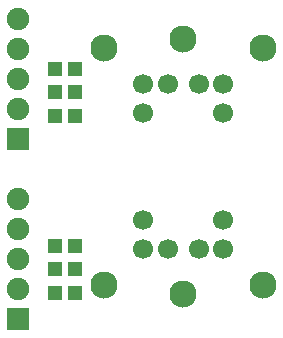
<source format=gbr>
G04 DipTrace 3.3.1.1*
G04 TopMask.gbr*
%MOMM*%
G04 #@! TF.FileFunction,Soldermask,Top*
G04 #@! TF.Part,Single*
%ADD17C,1.7*%
%ADD20C,2.3*%
%ADD25R,1.3X1.2*%
%ADD27C,1.9*%
%ADD28R,1.9X1.9*%
%FSLAX35Y35*%
G04*
G71*
G90*
G75*
G01*
G04 TopMask*
%LPD*%
D28*
X300000Y1702000D3*
D27*
Y1956000D3*
Y2210000D3*
Y2464000D3*
Y2718000D3*
D28*
Y182000D3*
D27*
Y436000D3*
Y690000D3*
Y944000D3*
Y1198000D3*
D25*
X615000Y1900000D3*
X785000D3*
X615000Y2100000D3*
X785000D3*
X615000Y2300000D3*
X785000D3*
X615000Y400000D3*
X785000D3*
X615000Y600000D3*
X785000D3*
X615000Y800000D3*
X785000D3*
D17*
X1570000Y2170000D3*
X1830000D3*
X1360000D3*
X2040000D3*
Y1920000D3*
X1360000D3*
D20*
X2375000Y2470000D3*
X1025000D3*
X1700000Y2550000D3*
D17*
X1830000Y770000D3*
X1570000D3*
X2040000D3*
X1360000D3*
Y1020000D3*
X2040000D3*
D20*
X1025000Y470000D3*
X2375000D3*
X1700000Y390000D3*
M02*

</source>
